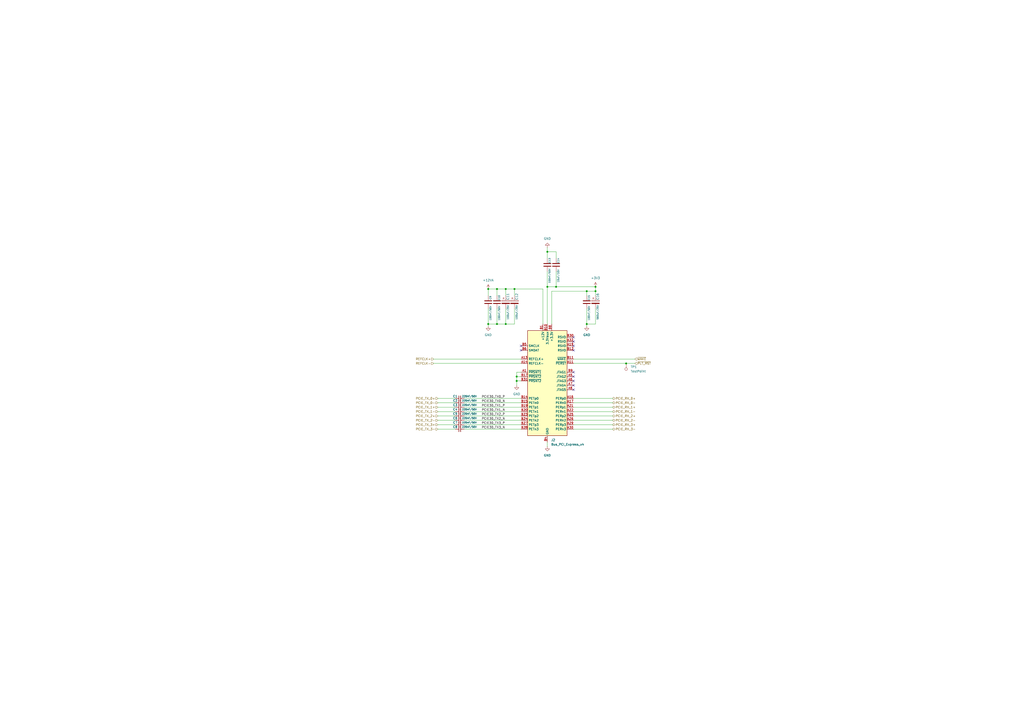
<source format=kicad_sch>
(kicad_sch (version 20231120) (generator "eeschema") (generator_version "8.0")
  (paper "A2")
  (title_block (title "Primer Carrier for LattePanda Mu") (date "2024-03-13") (rev "V1.0.0") (company "DFRobot"))
  (lib_symbols
    (symbol "Connector:Bus_PCI_Express_x4"
      (property "Reference" "J" (at -8.89 33.02 0))
      (property "Value" "Bus_PCI_Express_x4" (at 12.7 33.02 0))
      (symbol "Bus_PCI_Express_x4_0_1"
        (rectangle (start -11.43 31.75) (end 11.43 -29.21) (stroke (width 0.254)) (fill (type background)))
      )
      (symbol "Bus_PCI_Express_x4_1_1"
        (pin passive line (at -15.24 7.62 0) (length 3.81) (name "~{PRSNT1}") (number "A1"))
        (pin passive line (at 2.54 35.56 270) (length 3.81) hide (name "+3.3V") (number "A10"))
        (pin input line (at 15.24 12.7 180) (length 3.81) (name "~{PERST}") (number "A11"))
        (pin passive line (at 0 -33.02 90) (length 3.81) hide (name "GND") (number "A12"))
        (pin input line (at -15.24 15.24 0) (length 3.81) (name "REFCLK+") (number "A13"))
        (pin input line (at -15.24 12.7 0) (length 3.81) (name "REFCLK-") (number "A14"))
        (pin passive line (at 0 -33.02 90) (length 3.81) hide (name "GND") (number "A15"))
        (pin output line (at 15.24 -7.62 180) (length 3.81) (name "PERp0") (number "A16"))
        (pin output line (at 15.24 -10.16 180) (length 3.81) (name "PERn0") (number "A17"))
        (pin passive line (at 0 -33.02 90) (length 3.81) hide (name "GND") (number "A18"))
        (pin passive line (at 15.24 22.86 180) (length 3.81) (name "RSVD") (number "A19"))
        (pin passive line (at -2.54 35.56 270) (length 3.81) hide (name "+12V") (number "A2"))
        (pin passive line (at 0 -33.02 90) (length 3.81) hide (name "GND") (number "A20"))
        (pin output line (at 15.24 -12.7 180) (length 3.81) (name "PERp1") (number "A21"))
        (pin output line (at 15.24 -15.24 180) (length 3.81) (name "PERn1") (number "A22"))
        (pin passive line (at 0 -33.02 90) (length 3.81) hide (name "GND") (number "A23"))
        (pin passive line (at 0 -33.02 90) (length 3.81) hide (name "GND") (number "A24"))
        (pin output line (at 15.24 -17.78 180) (length 3.81) (name "PERp2") (number "A25"))
        (pin output line (at 15.24 -20.32 180) (length 3.81) (name "PERn2") (number "A26"))
        (pin passive line (at 0 -33.02 90) (length 3.81) hide (name "GND") (number "A27"))
        (pin passive line (at 0 -33.02 90) (length 3.81) hide (name "GND") (number "A28"))
        (pin output line (at 15.24 -22.86 180) (length 3.81) (name "PERp3") (number "A29"))
        (pin passive line (at -2.54 35.56 270) (length 3.81) hide (name "+12V") (number "A3"))
        (pin output line (at 15.24 -25.4 180) (length 3.81) (name "PERn3") (number "A30"))
        (pin passive line (at 0 -33.02 90) (length 3.81) hide (name "GND") (number "A31"))
        (pin passive line (at 15.24 25.4 180) (length 3.81) (name "RSVD") (number "A32"))
        (pin passive line (at 0 -33.02 90) (length 3.81) hide (name "GND") (number "A4"))
        (pin input line (at 15.24 5.08 180) (length 3.81) (name "JTAG2") (number "A5"))
        (pin input line (at 15.24 2.54 180) (length 3.81) (name "JTAG3") (number "A6"))
        (pin output line (at 15.24 0 180) (length 3.81) (name "JTAG4") (number "A7"))
        (pin input line (at 15.24 -2.54 180) (length 3.81) (name "JTAG5") (number "A8"))
        (pin passive line (at 2.54 35.56 270) (length 3.81) hide (name "+3.3V") (number "A9"))
        (pin power_in line (at -2.54 35.56 270) (length 3.81) (name "+12V") (number "B1"))
        (pin power_in line (at 0 35.56 270) (length 3.81) (name "3.3Vaux") (number "B10"))
        (pin open_collector line (at 15.24 15.24 180) (length 3.81) (name "~{WAKE}") (number "B11"))
        (pin passive line (at 15.24 20.32 180) (length 3.81) (name "RSVD") (number "B12"))
        (pin passive line (at 0 -33.02 90) (length 3.81) hide (name "GND") (number "B13"))
        (pin input line (at -15.24 -7.62 0) (length 3.81) (name "PETp0") (number "B14"))
        (pin input line (at -15.24 -10.16 0) (length 3.81) (name "PETn0") (number "B15"))
        (pin passive line (at 0 -33.02 90) (length 3.81) hide (name "GND") (number "B16"))
        (pin passive line (at -15.24 5.08 0) (length 3.81) (name "~{PRSNT2}") (number "B17"))
        (pin passive line (at 0 -33.02 90) (length 3.81) hide (name "GND") (number "B18"))
        (pin input line (at -15.24 -12.7 0) (length 3.81) (name "PETp1") (number "B19"))
        (pin passive line (at -2.54 35.56 270) (length 3.81) hide (name "+12V") (number "B2"))
        (pin input line (at -15.24 -15.24 0) (length 3.81) (name "PETn1") (number "B20"))
        (pin passive line (at 0 -33.02 90) (length 3.81) hide (name "GND") (number "B21"))
        (pin passive line (at 0 -33.02 90) (length 3.81) hide (name "GND") (number "B22"))
        (pin input line (at -15.24 -17.78 0) (length 3.81) (name "PETp2") (number "B23"))
        (pin input line (at -15.24 -20.32 0) (length 3.81) (name "PETn2") (number "B24"))
        (pin passive line (at 0 -33.02 90) (length 3.81) hide (name "GND") (number "B25"))
        (pin passive line (at 0 -33.02 90) (length 3.81) hide (name "GND") (number "B26"))
        (pin input line (at -15.24 -22.86 0) (length 3.81) (name "PETp3") (number "B27"))
        (pin input line (at -15.24 -25.4 0) (length 3.81) (name "PETn3") (number "B28"))
        (pin passive line (at 0 -33.02 90) (length 3.81) hide (name "GND") (number "B29"))
        (pin passive line (at -2.54 35.56 270) (length 3.81) hide (name "+12V") (number "B3"))
        (pin passive line (at 15.24 27.94 180) (length 3.81) (name "RSVD") (number "B30"))
        (pin passive line (at -15.24 2.54 0) (length 3.81) (name "~{PRSNT2}") (number "B31"))
        (pin passive line (at 0 -33.02 90) (length 3.81) hide (name "GND") (number "B32"))
        (pin power_in line (at 0 -33.02 90) (length 3.81) (name "GND") (number "B4"))
        (pin input line (at -15.24 22.86 0) (length 3.81) (name "SMCLK") (number "B5"))
        (pin bidirectional line (at -15.24 20.32 0) (length 3.81) (name "SMDAT") (number "B6"))
        (pin passive line (at 0 -33.02 90) (length 3.81) hide (name "GND") (number "B7"))
        (pin power_in line (at 2.54 35.56 270) (length 3.81) (name "+3.3V") (number "B8"))
        (pin input line (at 15.24 7.62 180) (length 3.81) (name "JTAG1") (number "B9"))
      )
    )
    (symbol "Connector:TestPoint" (pin_numbers hide) (pin_names (offset 0.762) hide)
      (property "Reference" "TP" (at 0 6.858 0))
      (property "Value" "TestPoint" (at 0 5.08 0))
      (symbol "TestPoint_0_1"
        (circle (center 0 3.302) (radius 0.762))
      )
      (symbol "TestPoint_1_1"
        (pin passive line (at 0 0 90) (length 2.54) (name "1") (number "1"))
      )
    )
    (symbol "Device:C" (pin_numbers hide) (pin_names (offset 0.254))
      (property "Reference" "C" (at 0.635 2.54 0))
      (property "Value" "C" (at 0.635 -2.54 0))
      (symbol "C_0_1"
        (polyline (pts (xy -2.032 -0.762) (xy 2.032 -0.762)) (stroke (width 0.508)))
        (polyline (pts (xy -2.032 0.762) (xy 2.032 0.762)) (stroke (width 0.508)))
      )
      (symbol "C_1_1"
        (pin passive line (at 0 3.81 270) (length 2.794) (name "~") (number "1"))
        (pin passive line (at 0 -3.81 90) (length 2.794) (name "~") (number "2"))
      )
    )
    (symbol "Device:C_Polarized" (pin_numbers hide) (pin_names (offset 0.254))
      (property "Reference" "C" (at 0.635 2.54 0))
      (property "Value" "C_Polarized" (at 0.635 -2.54 0))
      (symbol "C_Polarized_0_1"
        (rectangle (start -2.286 0.508) (end 2.286 1.016))
        (polyline (pts (xy -1.778 2.286) (xy -0.762 2.286)))
        (polyline (pts (xy -1.27 2.794) (xy -1.27 1.778)))
        (rectangle (start 2.286 -0.508) (end -2.286 -1.016) (fill (type outline)))
      )
      (symbol "C_Polarized_1_1"
        (pin passive line (at 0 3.81 270) (length 2.794) (name "~") (number "1"))
        (pin passive line (at 0 -3.81 90) (length 2.794) (name "~") (number "2"))
      )
    )
    (symbol "Device:C_Small" (pin_numbers hide) (pin_names (offset 0.254) hide)
      (property "Reference" "C" (at 0.254 1.778 0))
      (property "Value" "C_Small" (at 0.254 -2.032 0))
      (symbol "C_Small_0_1"
        (polyline (pts (xy -1.524 -0.508) (xy 1.524 -0.508)) (stroke (width 0.3302)))
        (polyline (pts (xy -1.524 0.508) (xy 1.524 0.508)) (stroke (width 0.3048)))
      )
      (symbol "C_Small_1_1"
        (pin passive line (at 0 2.54 270) (length 2.032) (name "~") (number "1"))
        (pin passive line (at 0 -2.54 90) (length 2.032) (name "~") (number "2"))
      )
    )
    (symbol "power:+12VA" (power) (pin_numbers hide) (pin_names (offset 0) hide)
      (property "Value" "+12VA" (at 0 3.556 0))
      (symbol "+12VA_0_1"
        (polyline (pts (xy -0.762 1.27) (xy 0 2.54)))
        (polyline (pts (xy 0 0) (xy 0 2.54)))
        (polyline (pts (xy 0 2.54) (xy 0.762 1.27)))
      )
      (symbol "+12VA_1_1"
        (pin power_in line (at 0 0 90) (length 0) (name "~") (number "1"))
      )
    )
    (symbol "power:+3V3" (power) (pin_numbers hide) (pin_names (offset 0) hide)
      (property "Value" "+3V3" (at 0 3.556 0))
      (symbol "+3V3_0_1"
        (polyline (pts (xy -0.762 1.27) (xy 0 2.54)))
        (polyline (pts (xy 0 0) (xy 0 2.54)))
        (polyline (pts (xy 0 2.54) (xy 0.762 1.27)))
      )
      (symbol "+3V3_1_1"
        (pin power_in line (at 0 0 90) (length 0) (name "~") (number "1"))
      )
    )
    (symbol "power:GND" (power) (pin_numbers hide) (pin_names (offset 0) hide)
      (property "Value" "GND" (at 0 -3.81 0))
      (symbol "GND_0_1"
        (polyline (pts (xy 0 0) (xy 0 -1.27) (xy 1.27 -1.27) (xy 0 -2.54) (xy -1.27 -1.27) (xy 0 -1.27)))
      )
      (symbol "GND_1_1"
        (pin power_in line (at 0 0 270) (length 0) (name "~") (number "1"))
      )
    )
  )
  (junction (at 299.72 220.98))
  (junction (at 363.22 210.82))
  (junction (at 283.21 187.96))
  (junction (at 340.36 187.96))
  (junction (at 299.72 218.44))
  (junction (at 345.44 168.91))
  (junction (at 345.44 166.37))
  (junction (at 322.58 166.37))
  (junction (at 298.45 167.64))
  (junction (at 293.37 187.96))
  (junction (at 317.5 166.37))
  (junction (at 340.36 168.91))
  (junction (at 293.37 167.64))
  (junction (at 288.29 187.96))
  (junction (at 288.29 167.64))
  (junction (at 283.21 167.64))
  (junction (at 317.5 146.05))
  (no_connect (at 302.26 200.66))
  (no_connect (at 332.74 215.9))
  (no_connect (at 332.74 218.44))
  (no_connect (at 332.74 220.98))
  (no_connect (at 332.74 226.06))
  (no_connect (at 332.74 198.12))
  (no_connect (at 332.74 223.52))
  (no_connect (at 302.26 203.2))
  (no_connect (at 332.74 195.58))
  (no_connect (at 332.74 200.66))
  (no_connect (at 332.74 203.2))
  (wire (pts (xy 293.37 167.64) (xy 293.37 171.45)))
  (wire (pts (xy 254 243.84) (xy 264.16 243.84)))
  (wire (pts (xy 269.24 238.76) (xy 302.26 238.76)))
  (wire (pts (xy 299.72 218.44) (xy 299.72 220.98)))
  (wire (pts (xy 298.45 187.96) (xy 293.37 187.96)))
  (wire (pts (xy 322.58 146.05) (xy 317.5 146.05)))
  (wire (pts (xy 254 238.76) (xy 264.16 238.76)))
  (wire (pts (xy 332.74 243.84) (xy 355.6 243.84)))
  (wire (pts (xy 314.96 187.96) (xy 314.96 167.64)))
  (wire (pts (xy 288.29 167.64) (xy 293.37 167.64)))
  (wire (pts (xy 332.74 236.22) (xy 355.6 236.22)))
  (wire (pts (xy 269.24 233.68) (xy 302.26 233.68)))
  (wire (pts (xy 317.5 166.37) (xy 322.58 166.37)))
  (wire (pts (xy 293.37 187.96) (xy 288.29 187.96)))
  (wire (pts (xy 317.5 157.48) (xy 317.5 166.37)))
  (wire (pts (xy 345.44 168.91) (xy 345.44 171.45)))
  (wire (pts (xy 314.96 167.64) (xy 298.45 167.64)))
  (wire (pts (xy 317.5 256.54) (xy 317.5 259.08)))
  (wire (pts (xy 332.74 248.92) (xy 355.6 248.92)))
  (wire (pts (xy 302.26 215.9) (xy 299.72 215.9)))
  (wire (pts (xy 332.74 233.68) (xy 355.6 233.68)))
  (wire (pts (xy 340.36 168.91) (xy 340.36 171.45)))
  (wire (pts (xy 299.72 215.9) (xy 299.72 218.44)))
  (wire (pts (xy 269.24 231.14) (xy 302.26 231.14)))
  (wire (pts (xy 332.74 210.82) (xy 363.22 210.82)))
  (wire (pts (xy 317.5 143.51) (xy 317.5 146.05)))
  (wire (pts (xy 340.36 168.91) (xy 345.44 168.91)))
  (wire (pts (xy 345.44 168.91) (xy 345.44 166.37)))
  (wire (pts (xy 254 248.92) (xy 264.16 248.92)))
  (wire (pts (xy 302.26 218.44) (xy 299.72 218.44)))
  (wire (pts (xy 269.24 246.38) (xy 302.26 246.38)))
  (wire (pts (xy 320.04 168.91) (xy 340.36 168.91)))
  (wire (pts (xy 332.74 231.14) (xy 355.6 231.14)))
  (wire (pts (xy 283.21 187.96) (xy 283.21 189.23)))
  (wire (pts (xy 332.74 238.76) (xy 355.6 238.76)))
  (wire (pts (xy 298.45 171.45) (xy 298.45 167.64)))
  (wire (pts (xy 332.74 246.38) (xy 355.6 246.38)))
  (wire (pts (xy 269.24 243.84) (xy 302.26 243.84)))
  (wire (pts (xy 283.21 167.64) (xy 288.29 167.64)))
  (wire (pts (xy 288.29 179.07) (xy 288.29 187.96)))
  (wire (pts (xy 288.29 167.64) (xy 288.29 171.45)))
  (wire (pts (xy 293.37 167.64) (xy 298.45 167.64)))
  (wire (pts (xy 298.45 179.07) (xy 298.45 187.96)))
  (wire (pts (xy 299.72 220.98) (xy 302.26 220.98)))
  (wire (pts (xy 251.46 210.82) (xy 302.26 210.82)))
  (wire (pts (xy 269.24 241.3) (xy 302.26 241.3)))
  (wire (pts (xy 254 241.3) (xy 264.16 241.3)))
  (wire (pts (xy 322.58 157.48) (xy 322.58 166.37)))
  (wire (pts (xy 254 233.68) (xy 264.16 233.68)))
  (wire (pts (xy 340.36 179.07) (xy 340.36 187.96)))
  (wire (pts (xy 254 246.38) (xy 264.16 246.38)))
  (wire (pts (xy 317.5 187.96) (xy 317.5 166.37)))
  (wire (pts (xy 340.36 187.96) (xy 340.36 189.23)))
  (wire (pts (xy 269.24 236.22) (xy 302.26 236.22)))
  (wire (pts (xy 317.5 146.05) (xy 317.5 149.86)))
  (wire (pts (xy 299.72 223.52) (xy 299.72 220.98)))
  (wire (pts (xy 269.24 248.92) (xy 302.26 248.92)))
  (wire (pts (xy 293.37 179.07) (xy 293.37 187.96)))
  (wire (pts (xy 332.74 241.3) (xy 355.6 241.3)))
  (wire (pts (xy 363.22 210.82) (xy 368.3 210.82)))
  (wire (pts (xy 251.46 208.28) (xy 302.26 208.28)))
  (wire (pts (xy 254 236.22) (xy 264.16 236.22)))
  (wire (pts (xy 345.44 187.96) (xy 340.36 187.96)))
  (wire (pts (xy 254 231.14) (xy 264.16 231.14)))
  (wire (pts (xy 283.21 179.07) (xy 283.21 187.96)))
  (wire (pts (xy 345.44 179.07) (xy 345.44 187.96)))
  (wire (pts (xy 322.58 149.86) (xy 322.58 146.05)))
  (wire (pts (xy 332.74 208.28) (xy 368.3 208.28)))
  (wire (pts (xy 320.04 168.91) (xy 320.04 187.96)))
  (wire (pts (xy 322.58 166.37) (xy 345.44 166.37)))
  (wire (pts (xy 283.21 167.64) (xy 283.21 171.45)))
  (wire (pts (xy 288.29 187.96) (xy 283.21 187.96)))
  (label "PCIE30_TX0_N" (at 279.4 233.68 0))
  (label "PCIE30_TX3_P" (at 279.4 246.38 0))
  (label "PCIE30_TX2_P" (at 279.4 241.3 0))
  (label "PCIE30_TX0_P" (at 279.4 231.14 0))
  (label "PCIE30_TX3_N" (at 279.4 248.92 0))
  (label "PCIE30_TX1_P" (at 279.4 236.22 0))
  (label "PCIE30_TX2_N" (at 279.4 243.84 0))
  (label "PCIE30_TX1_N" (at 279.4 238.76 0))
  (hierarchical_label "PCIE_TX_3-" (shape input) (at 254 248.92 180))
  (hierarchical_label "PCIE_RX_0-" (shape output) (at 355.6 233.68 0))
  (hierarchical_label "PCIE_TX_0+" (shape input) (at 254 231.14 180))
  (hierarchical_label "~{WAKE}" (shape input) (at 368.3 208.28 0))
  (hierarchical_label "PCIE_RX_3-" (shape output) (at 355.6 248.92 0))
  (hierarchical_label "PCIE_TX_2+" (shape input) (at 254 241.3 180))
  (hierarchical_label "REFCLK-" (shape input) (at 251.46 210.82 180))
  (hierarchical_label "PCIE_TX_3+" (shape input) (at 254 246.38 180))
  (hierarchical_label "PCIE_RX_1-" (shape output) (at 355.6 238.76 0))
  (hierarchical_label "PCIE_RX_2-" (shape output) (at 355.6 243.84 0))
  (hierarchical_label "PCIE_RX_3+" (shape output) (at 355.6 246.38 0))
  (hierarchical_label "PCIE_RX_1+" (shape output) (at 355.6 236.22 0))
  (hierarchical_label "REFCLK+" (shape input) (at 251.46 208.28 180))
  (hierarchical_label "~{PLT_RST}" (shape input) (at 368.3 210.82 0))
  (hierarchical_label "PCIE_TX_2-" (shape input) (at 254 243.84 180))
  (hierarchical_label "PCIE_RX_0+" (shape output) (at 355.6 231.14 0))
  (hierarchical_label "PCIE_TX_1-" (shape input) (at 254 238.76 180))
  (hierarchical_label "PCIE_TX_0-" (shape input) (at 254 233.68 180))
  (hierarchical_label "PCIE_TX_1+" (shape input) (at 254 236.22 180))
  (hierarchical_label "PCIE_RX_2+" (shape output) (at 355.6 241.3 0))
  (symbol (lib_id "Device:C") (at 340.36 175.26 0) (unit 1)
    (property "Reference" "C15" (at 341.63 172.72 90) (effects (font (size 1 1))))
    (property "Value" "100nF/50V" (at 341.63 181.61 90) (effects (font (size 1 1))))
    (property "Footprint" "A_HDJ_Library:C_0402_1005Metric" (effects (hide yes)))
    (property "DF_Comment" "贴片电容0402-100nF-50V-X7R_CC0402KRX7R9BB104" (effects (hide yes)))
    (property "SCH_Show_Footprint" "C0402" (effects (hide yes)))
  )
  (symbol (lib_id "Device:C_Small") (at 266.7 231.14 90) (unit 1)
    (property "Reference" "C1" (at 265.43 229.87 90) (effects (justify left)))
    (property "Value" "220nF/50V" (at 267.97 229.87 90) (effects (font (size 1 1)) (justify right)))
    (property "Footprint" "A_HDJ_Library:C_0402_1005Metric" (effects (hide yes)))
    (property "Buy_Link" "https://item.szlcsc.com/137804.html" (effects (hide yes)))
    (property "DF_Comment" "贴片电容0402-220nF-16V-X7R(0402)_GCM155R71C224KE02D" (effects (hide yes)))
    (property "SCH_Show_Footprint" "C0402" (effects (hide yes)))
    (instances (project "[DFR1142]Lite Carrier for LattePanda Mu" (path "" (reference "C1") (unit 1))) (project "LPM-PCIeEx" (path "" (reference "C?") (unit 1))))
  )
  (symbol (lib_id "power:GND") (at 317.5 259.08 0) (unit 1)
    (property "Reference" "#PWR017" (effects (hide yes)))
    (property "Value" "GND" (at 317.5 264.16 0))
    (instances (project "[DFR1142]Lite Carrier for LattePanda Mu" (path "" (reference "#PWR017") (unit 1))) (project "LPM-PCIeEx" (path "" (reference "#PWR?") (unit 1))))
  )
  (symbol (lib_id "Device:C_Polarized") (at 293.37 175.26 0) (unit 1)
    (property "Reference" "C11" (at 294.64 173.99 90) (effects (justify left)))
    (property "Value" "100uF/25V" (at 294.64 185.42 90) (effects (font (size 1 1)) (justify left)))
    (property "Footprint" "A_HDJ_Library:CP_Elec_6.3x7.7" (effects (hide yes)))
    (property "DF_Comment" "贴片铝电解6.3*7.7-100uF-25V" (effects (hide yes)))
    (property "SCH_Show_Footprint" "C5x5.8" (effects (hide yes)))
  )
  (symbol (lib_id "power:GND") (at 299.72 223.52 0) (unit 1)
    (property "Reference" "#PWR015" (effects (hide yes)))
    (property "Value" "GND" (at 299.72 228.6 0))
    (instances (project "[DFR1142]Lite Carrier for LattePanda Mu" (path "" (reference "#PWR015") (unit 1))) (project "LPM-PCIeEx" (path "" (reference "#PWR?") (unit 1))))
  )
  (symbol (lib_id "Device:C") (at 283.21 175.26 0) (unit 1)
    (property "Reference" "C9" (at 284.48 172.72 90) (effects (font (size 1 1))))
    (property "Value" "100nF/50V" (at 284.48 181.61 90) (effects (font (size 1 1))))
    (property "Footprint" "A_HDJ_Library:C_0402_1005Metric" (effects (hide yes)))
    (property "DF_Comment" "贴片电容0402-100nF-50V-X7R_CC0402KRX7R9BB104" (effects (hide yes)))
    (property "SCH_Show_Footprint" "C0402" (effects (hide yes)))
  )
  (symbol (lib_id "Connector:TestPoint") (at 363.22 210.82 180) (unit 1)
    (property "Reference" "TP1" (at 365.76 212.852 0) (effects (justify right)))
    (property "Value" "TestPoint" (at 365.76 215.392 0) (effects (justify right)))
    (property "Footprint" "A_HDJ_Library:TestPoint_Pad_D1.5mm" (effects (hide yes)))
  )
  (symbol (lib_id "Device:C_Small") (at 266.7 248.92 90) (unit 1)
    (property "Reference" "C8" (at 265.43 247.65 90) (effects (justify left)))
    (property "Value" "220nF/50V" (at 267.97 247.65 90) (effects (font (size 1 1)) (justify right)))
    (property "Footprint" "A_HDJ_Library:C_0402_1005Metric" (effects (hide yes)))
    (property "Buy_Link" "https://item.szlcsc.com/137804.html" (effects (hide yes)))
    (property "DF_Comment" "贴片电容0402-220nF-16V-X7R(0402)_GCM155R71C224KE02D" (effects (hide yes)))
    (property "SCH_Show_Footprint" "C0402" (effects (hide yes)))
    (instances (project "[DFR1142]Lite Carrier for LattePanda Mu" (path "" (reference "C8") (unit 1))) (project "LPM-PCIeEx" (path "" (reference "C?") (unit 1))))
  )
  (symbol (lib_id "Device:C_Polarized") (at 345.44 175.26 0) (unit 1)
    (property "Reference" "C16" (at 346.71 173.99 90) (effects (justify left)))
    (property "Value" "560uF/25V" (at 346.71 185.42 90) (effects (font (size 1 1)) (justify left)))
    (property "Footprint" "A_HDJ_Library:CP_Elec_6.3x7.7" (effects (hide yes)))
    (property "DF_Comment" "贴片铝电解电容6.3*7.7-470UF-6.3V" (effects (hide yes)))
    (property "SCH_Show_Footprint" "C5x5.8" (effects (hide yes)))
  )
  (symbol (lib_id "Device:C") (at 322.58 153.67 0) (unit 1)
    (property "Reference" "C14" (at 323.85 151.13 90) (effects (font (size 1 1))))
    (property "Value" "10uF/10V" (at 323.85 160.02 90) (effects (font (size 1 1))))
    (property "Footprint" "A_HDJ_Library:C_0402_1005Metric" (effects (hide yes)))
    (property "DF_Comment" "贴片电容0402-10UF-10V-X5R_GRM155R61A106ME44D" (effects (hide yes)))
    (property "SCH_Show_Footprint" "C0402" (effects (hide yes)))
  )
  (symbol (lib_id "power:GND") (at 340.36 189.23 0) (unit 1)
    (property "Reference" "#PWR018" (effects (hide yes)))
    (property "Value" "GND" (at 340.36 194.31 0))
  )
  (symbol (lib_id "Device:C_Small") (at 266.7 241.3 90) (unit 1)
    (property "Reference" "C5" (at 265.43 240.03 90) (effects (justify left)))
    (property "Value" "220nF/50V" (at 267.97 240.03 90) (effects (font (size 1 1)) (justify right)))
    (property "Footprint" "A_HDJ_Library:C_0402_1005Metric" (effects (hide yes)))
    (property "Buy_Link" "https://item.szlcsc.com/137804.html" (effects (hide yes)))
    (property "DF_Comment" "贴片电容0402-220nF-16V-X7R(0402)_GCM155R71C224KE02D" (effects (hide yes)))
    (property "SCH_Show_Footprint" "C0402" (effects (hide yes)))
    (instances (project "[DFR1142]Lite Carrier for LattePanda Mu" (path "" (reference "C5") (unit 1))) (project "LPM-PCIeEx" (path "" (reference "C?") (unit 1))))
  )
  (symbol (lib_id "power:GND") (at 283.21 189.23 0) (unit 1)
    (property "Reference" "#PWR014" (effects (hide yes)))
    (property "Value" "GND" (at 283.21 194.31 0))
  )
  (symbol (lib_id "Connector:Bus_PCI_Express_x4") (at 317.5 223.52 0) (unit 1)
    (property "Reference" "J2" (at 319.6941 255.27 0) (effects (justify left)))
    (property "Value" "Bus_PCI_Express_x4" (at 319.6941 257.81 0) (effects (justify left)))
    (property "Footprint" "A_HDJ_Library:PCIe_x4_Gen3Slot_Connectors" (effects (hide yes)))
    (property "Datasheet" "http://www.ritrontek.com/uploadfile/2016/1026/20161026105231124.pdf#page=63" (effects (hide yes)))
    (property "Buy_Link" "https://item.szlcsc.com/3251630.html" (effects (hide yes)))
    (property "DF_Comment" "PCI-e x4 直插母座_AAA-PCI-161-K03" (effects (hide yes)))
    (instances (project "[DFR1142]Lite Carrier for LattePanda Mu" (path "" (reference "J2") (unit 1))) (project "LPM-PCIeEx" (path "" (reference "J?") (unit 1))))
  )
  (symbol (lib_id "power:+12VA") (at 283.21 167.64 0) (unit 1)
    (property "Reference" "#PWR013" (effects (hide yes)))
    (property "Value" "+12VA" (at 283.21 162.56 0))
  )
  (symbol (lib_id "Device:C_Small") (at 266.7 243.84 90) (unit 1)
    (property "Reference" "C6" (at 265.43 242.57 90) (effects (justify left)))
    (property "Value" "220nF/50V" (at 267.97 242.57 90) (effects (font (size 1 1)) (justify right)))
    (property "Footprint" "A_HDJ_Library:C_0402_1005Metric" (effects (hide yes)))
    (property "Buy_Link" "https://item.szlcsc.com/137804.html" (effects (hide yes)))
    (property "DF_Comment" "贴片电容0402-220nF-16V-X7R(0402)_GCM155R71C224KE02D" (effects (hide yes)))
    (property "SCH_Show_Footprint" "C0402" (effects (hide yes)))
    (instances (project "[DFR1142]Lite Carrier for LattePanda Mu" (path "" (reference "C6") (unit 1))) (project "LPM-PCIeEx" (path "" (reference "C?") (unit 1))))
  )
  (symbol (lib_id "Device:C_Small") (at 266.7 236.22 90) (unit 1)
    (property "Reference" "C3" (at 265.43 234.95 90) (effects (justify left)))
    (property "Value" "220nF/50V" (at 267.97 234.95 90) (effects (font (size 1 1)) (justify right)))
    (property "Footprint" "A_HDJ_Library:C_0402_1005Metric" (effects (hide yes)))
    (property "Buy_Link" "https://item.szlcsc.com/137804.html" (effects (hide yes)))
    (property "DF_Comment" "贴片电容0402-220nF-16V-X7R(0402)_GCM155R71C224KE02D" (effects (hide yes)))
    (property "SCH_Show_Footprint" "C0402" (effects (hide yes)))
    (instances (project "[DFR1142]Lite Carrier for LattePanda Mu" (path "" (reference "C3") (unit 1))) (project "LPM-PCIeEx" (path "" (reference "C?") (unit 1))))
  )
  (symbol (lib_id "Device:C_Polarized") (at 298.45 175.26 0) (unit 1)
    (property "Reference" "C12" (at 299.72 173.99 90) (effects (justify left)))
    (property "Value" "100uF/25V" (at 299.72 185.42 90) (effects (font (size 1 1)) (justify left)))
    (property "Footprint" "A_HDJ_Library:CP_Elec_6.3x7.7" (effects (hide yes)))
    (property "DF_Comment" "贴片铝电解6.3*7.7-100uF-25V" (effects (hide yes)))
    (property "SCH_Show_Footprint" "C5x5.8" (effects (hide yes)))
  )
  (symbol (lib_id "Device:C") (at 317.5 153.67 0) (unit 1)
    (property "Reference" "C13" (at 318.77 151.13 90) (effects (font (size 1 1))))
    (property "Value" "100nF/50V" (at 318.77 160.02 90) (effects (font (size 1 1))))
    (property "Footprint" "A_HDJ_Library:C_0402_1005Metric" (effects (hide yes)))
    (property "DF_Comment" "贴片电容0402-100nF-50V-X7R_CC0402KRX7R9BB104" (effects (hide yes)))
    (property "SCH_Show_Footprint" "C0402" (effects (hide yes)))
  )
  (symbol (lib_id "power:GND") (at 317.5 143.51 180) (unit 1)
    (property "Reference" "#PWR016" (effects (hide yes)))
    (property "Value" "GND" (at 317.5 138.43 0))
  )
  (symbol (lib_id "Device:C_Small") (at 266.7 233.68 90) (unit 1)
    (property "Reference" "C2" (at 265.43 232.41 90) (effects (justify left)))
    (property "Value" "220nF/50V" (at 267.97 232.41 90) (effects (font (size 1 1)) (justify right)))
    (property "Footprint" "A_HDJ_Library:C_0402_1005Metric" (effects (hide yes)))
    (property "Buy_Link" "https://item.szlcsc.com/137804.html" (effects (hide yes)))
    (property "DF_Comment" "贴片电容0402-220nF-16V-X7R(0402)_GCM155R71C224KE02D" (effects (hide yes)))
    (property "SCH_Show_Footprint" "C0402" (effects (hide yes)))
    (instances (project "[DFR1142]Lite Carrier for LattePanda Mu" (path "" (reference "C2") (unit 1))) (project "LPM-PCIeEx" (path "" (reference "C?") (unit 1))))
  )
  (symbol (lib_id "Device:C_Small") (at 266.7 238.76 90) (unit 1)
    (property "Reference" "C4" (at 265.43 237.49 90) (effects (justify left)))
    (property "Value" "220nF/50V" (at 267.97 237.49 90) (effects (font (size 1 1)) (justify right)))
    (property "Footprint" "A_HDJ_Library:C_0402_1005Metric" (effects (hide yes)))
    (property "Buy_Link" "https://item.szlcsc.com/137804.html" (effects (hide yes)))
    (property "DF_Comment" "贴片电容0402-220nF-16V-X7R(0402)_GCM155R71C224KE02D" (effects (hide yes)))
    (property "SCH_Show_Footprint" "C0402" (effects (hide yes)))
    (instances (project "[DFR1142]Lite Carrier for LattePanda Mu" (path "" (reference "C4") (unit 1))) (project "LPM-PCIeEx" (path "" (reference "C?") (unit 1))))
  )
  (symbol (lib_id "Device:C_Small") (at 266.7 246.38 90) (unit 1)
    (property "Reference" "C7" (at 265.43 245.11 90) (effects (justify left)))
    (property "Value" "220nF/50V" (at 267.97 245.11 90) (effects (font (size 1 1)) (justify right)))
    (property "Footprint" "A_HDJ_Library:C_0402_1005Metric" (effects (hide yes)))
    (property "Buy_Link" "https://item.szlcsc.com/137804.html" (effects (hide yes)))
    (property "DF_Comment" "贴片电容0402-220nF-16V-X7R(0402)_GCM155R71C224KE02D" (effects (hide yes)))
    (property "SCH_Show_Footprint" "C0402" (effects (hide yes)))
    (instances (project "[DFR1142]Lite Carrier for LattePanda Mu" (path "" (reference "C7") (unit 1))) (project "LPM-PCIeEx" (path "" (reference "C?") (unit 1))))
  )
  (symbol (lib_id "power:+3V3") (at 345.44 166.37 0) (unit 1)
    (property "Reference" "#PWR019" (effects (hide yes)))
    (property "Value" "+3V3" (at 345.44 161.29 0))
  )
  (symbol (lib_id "Device:C") (at 288.29 175.26 0) (unit 1)
    (property "Reference" "C10" (at 289.56 172.72 90) (effects (font (size 1 1))))
    (property "Value" "100nF/50V" (at 289.56 181.61 90) (effects (font (size 1 1))))
    (property "Footprint" "A_HDJ_Library:C_0402_1005Metric" (effects (hide yes)))
    (property "DF_Comment" "贴片电容0402-100nF-50V-X7R_CC0402KRX7R9BB104" (effects (hide yes)))
    (property "SCH_Show_Footprint" "C0402" (effects (hide yes)))
  )
)
</source>
